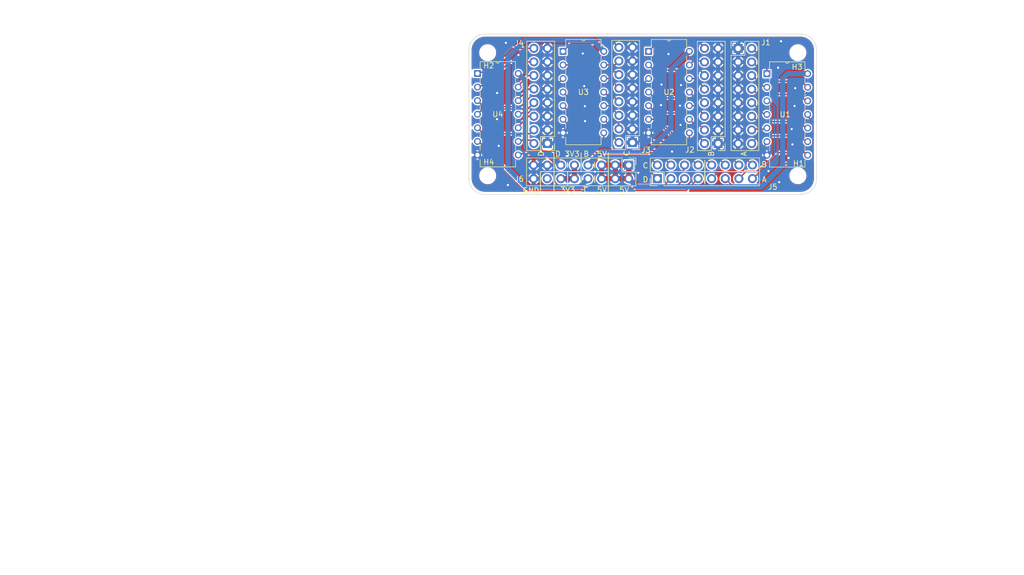
<source format=kicad_pcb>
(kicad_pcb (version 20221018) (generator pcbnew)
  (layers (0 "F.Cu" signal) (31 "B.Cu" signal) (34 "B.Paste" user) (35 "F.Paste" user) (36 "B.SilkS" user "B.Silkscreen") (37 "F.SilkS" user "F.Silkscreen") (38 "B.Mask" user) (39 "F.Mask" user) (44 "Edge.Cuts" user))
  (net 0 "")
  (net 1 "GND")
  (net 2 "/A1A")
  (net 3 "/A1E")
  (net 4 "/A2A")
  (net 5 "/A2E")
  (net 6 "/A3A")
  (net 7 "/A3E")
  (net 8 "/A4A")
  (net 9 "/A4E")
  (net 10 "/B1A")
  (net 11 "/B1E")
  (net 12 "/B2A")
  (net 13 "/B2E")
  (net 14 "/B3A")
  (net 15 "/B3E")
  (net 16 "/B4A")
  (net 17 "/B4E")
  (net 18 "/C1A")
  (net 19 "/C1E")
  (net 20 "/C2A")
  (net 21 "/C2E")
  (net 22 "/C3A")
  (net 23 "/C3E")
  (net 24 "/C4A")
  (net 25 "/C4E")
  (net 26 "/D1A")
  (net 27 "/D1E")
  (net 28 "/D2A")
  (net 29 "/D2E")
  (net 30 "/D3A")
  (net 31 "/D3E")
  (net 32 "/D4A")
  (net 33 "/D4E")
  (net 34 "+5V")
  (net 35 "+3.3V")
  (net 36 "/BP")
  (net 37 "/CP")
  (net 38 "/DP")
  (net 39 "/A1Y")
  (net 40 "/A2Y")
  (net 41 "/A3Y")
  (net 42 "/A4Y")
  (net 43 "/B1Y")
  (net 44 "/B2Y")
  (net 45 "/B3Y")
  (net 46 "/B4Y")
  (net 47 "/C1Y")
  (net 48 "/C2Y")
  (net 49 "/C3Y")
  (net 50 "/C4Y")
  (net 51 "/D1Y")
  (net 52 "/D2Y")
  (net 53 "/D3Y")
  (net 54 "/D4Y")
  (footprint "MountingHole:MountingHole_2.7mm_M2.5" (layer "F.Cu") (at 171.5 62.5)
    (fp_text reference "H4" (at 0.204 -2.556) (layer "F.SilkS"))
    (fp_text value "MountingHole")
    (pad "" np_thru_hole circle locked (at 0 0) (size 2.7 2.7) (drill 2.7) (layers "*.Cu" "*.Mask"))
  )
  (footprint "ul_SN74AHCT125N:SN74AHCT125N" (layer "F.Cu") (at 177.21 58.62)
    (fp_text reference "U4" (at -3.81 -7.62) (layer "F.SilkS"))
    (fp_text value "SN74AHCT125N" hide)
    (pad "1" thru_hole rect (at -7.62 -15.24) (size 1.2954 1.2954) (drill 0.7874) (layers "*.Cu" "*.Mask") (net 27 "/D1E"))
    (pad "2" thru_hole circle (at -7.62 -12.7) (size 1.2954 1.2954) (drill 0.7874) (layers "*.Cu" "*.Mask") (net 26 "/D1A"))
    (pad "3" thru_hole circle (at -7.62 -10.16) (size 1.2954 1.2954) (drill 0.7874) (layers "*.Cu" "*.Mask") (net 51 "/D1Y"))
    (pad "4" thru_hole circle (at -7.62 -7.62) (size 1.2954 1.2954) (drill 0.7874) (layers "*.Cu" "*.Mask") (net 29 "/D2E"))
    (pad "5" thru_hole circle (at -7.62 -5.08) (size 1.2954 1.2954) (drill 0.7874) (layers "*.Cu" "*.Mask") (net 28 "/D2A"))
    (pad "6" thru_hole circle (at -7.62 -2.54) (size 1.2954 1.2954) (drill 0.7874) (layers "*.Cu" "*.Mask") (net 52 "/D2Y"))
    (pad "7" thru_hole circle (at -7.62 0) (size 1.2954 1.2954) (drill 0.7874) (layers "*.Cu" "*.Mask") (net 1 "GND"))
    (pad "8" thru_hole circle (at 0 0) (size 1.2954 1.2954) (drill 0.7874) (layers "*.Cu" "*.Mask") (net 53 "/D3Y"))
    (pad "9" thru_hole circle (at 0 -2.54) (size 1.2954 1.2954) (drill 0.7874) (layers "*.Cu" "*.Mask") (net 30 "/D3A"))
    (pad "10" thru_hole circle (at 0 -5.08) (size 1.2954 1.2954) (drill 0.7874) (layers "*.Cu" "*.Mask") (net 31 "/D3E"))
    (pad "11" thru_hole circle (at 0 -7.62) (size 1.2954 1.2954) (drill 0.7874) (layers "*.Cu" "*.Mask") (net 54 "/D4Y"))
    (pad "12" thru_hole circle (at 0 -10.16) (size 1.2954 1.2954) (drill 0.7874) (layers "*.Cu" "*.Mask") (net 32 "/D4A"))
    (pad "13" thru_hole circle (at 0 -12.7) (size 1.2954 1.2954) (drill 0.7874) (layers "*.Cu" "*.Mask") (net 33 "/D4E"))
    (pad "14" thru_hole circle (at 0 -15.24) (size 1.2954 1.2954) (drill 0.7874) (layers "*.Cu" "*.Mask") (net 38 "/DP"))
  )
  (footprint "Connector_PinHeader_2.54mm:PinHeader_2x08_P2.54mm_Vertical" (layer "F.Cu") (at 198.575 56.2904 180)
    (fp_text reference "J3" (at -2.525 -1.4096) (layer "F.SilkS"))
    (fp_text value "Conn_02x08_Odd_Even")
    (pad "1" thru_hole rect (at 0 0 180) (size 1.7 1.7) (drill 1) (layers "*.Cu" "*.Mask") (net 1 "GND"))
    (pad "2" thru_hole oval (at 2.54 0 180) (size 1.7 1.7) (drill 1) (layers "*.Cu" "*.Mask") (net 22 "/C3A"))
    (pad "3" thru_hole oval (at 0 2.54 180) (size 1.7 1.7) (drill 1) (layers "*.Cu" "*.Mask") (net 1 "GND"))
    (pad "4" thru_hole oval (at 2.54 2.54 180) (size 1.7 1.7) (drill 1) (layers "*.Cu" "*.Mask") (net 20 "/C2A"))
    (pad "5" thru_hole oval (at 0 5.08 180) (size 1.7 1.7) (drill 1) (layers "*.Cu" "*.Mask") (net 1 "GND"))
    (pad "6" thru_hole oval (at 2.54 5.08 180) (size 1.7 1.7) (drill 1) (layers "*.Cu" "*.Mask") (net 23 "/C3E"))
    (pad "7" thru_hole oval (at 0 7.62 180) (size 1.7 1.7) (drill 1) (layers "*.Cu" "*.Mask") (net 1 "GND"))
    (pad "8" thru_hole oval (at 2.54 7.62 180) (size 1.7 1.7) (drill 1) (layers "*.Cu" "*.Mask") (net 21 "/C2E"))
    (pad "9" thru_hole oval (at 0 10.16 180) (size 1.7 1.7) (drill 1) (layers "*.Cu" "*.Mask") (net 1 "GND"))
    (pad "10" thru_hole oval (at 2.54 10.16 180) (size 1.7 1.7) (drill 1) (layers "*.Cu" "*.Mask") (net 24 "/C4A"))
    (pad "11" thru_hole oval (at 0 12.7 180) (size 1.7 1.7) (drill 1) (layers "*.Cu" "*.Mask") (net 1 "GND"))
    (pad "12" thru_hole oval (at 2.54 12.7 180) (size 1.7 1.7) (drill 1) (layers "*.Cu" "*.Mask") (net 18 "/C1A"))
    (pad "13" thru_hole oval (at 0 15.24 180) (size 1.7 1.7) (drill 1) (layers "*.Cu" "*.Mask") (net 1 "GND"))
    (pad "14" thru_hole oval (at 2.54 15.24 180) (size 1.7 1.7) (drill 1) (layers "*.Cu" "*.Mask") (net 25 "/C4E"))
    (pad "15" thru_hole oval (at 0 17.78 180) (size 1.7 1.7) (drill 1) (layers "*.Cu" "*.Mask") (net 1 "GND"))
    (pad "16" thru_hole oval (at 2.54 17.78 180) (size 1.7 1.7) (drill 1) (layers "*.Cu" "*.Mask") (net 19 "/C1E"))
  )
  (footprint "MountingHole:MountingHole_2.7mm_M2.5" (layer "F.Cu") (at 229.5 39.5)
    (fp_text reference "H3" (at -0.138 2.664) (layer "F.SilkS"))
    (fp_text value "MountingHole")
    (pad "" np_thru_hole circle locked (at 0 0) (size 2.7 2.7) (drill 2.7) (layers "*.Cu" "*.Mask"))
  )
  (footprint "ul_SN74AHCT125N:SN74AHCT125N" (layer "F.Cu") (at 231.33 58.66)
    (fp_text reference "U1" (at -4.21 -7.62) (layer "F.SilkS"))
    (fp_text value "SN74AHCT125N" hide)
    (pad "1" thru_hole rect (at -7.62 -15.24) (size 1.2954 1.2954) (drill 0.7874) (layers "*.Cu" "*.Mask") (net 3 "/A1E"))
    (pad "2" thru_hole circle (at -7.62 -12.7) (size 1.2954 1.2954) (drill 0.7874) (layers "*.Cu" "*.Mask") (net 2 "/A1A"))
    (pad "3" thru_hole circle (at -7.62 -10.16) (size 1.2954 1.2954) (drill 0.7874) (layers "*.Cu" "*.Mask") (net 39 "/A1Y"))
    (pad "4" thru_hole circle (at -7.62 -7.62) (size 1.2954 1.2954) (drill 0.7874) (layers "*.Cu" "*.Mask") (net 5 "/A2E"))
    (pad "5" thru_hole circle (at -7.62 -5.08) (size 1.2954 1.2954) (drill 0.7874) (layers "*.Cu" "*.Mask") (net 4 "/A2A"))
    (pad "6" thru_hole circle (at -7.62 -2.54) (size 1.2954 1.2954) (drill 0.7874) (layers "*.Cu" "*.Mask") (net 40 "/A2Y"))
    (pad "7" thru_hole circle (at -7.62 0) (size 1.2954 1.2954) (drill 0.7874) (layers "*.Cu" "*.Mask") (net 1 "GND"))
    (pad "8" thru_hole circle (at 0 0) (size 1.2954 1.2954) (drill 0.7874) (layers "*.Cu" "*.Mask") (net 41 "/A3Y"))
    (pad "9" thru_hole circle (at 0 -2.54) (size 1.2954 1.2954) (drill 0.7874) (layers "*.Cu" "*.Mask") (net 6 "/A3A"))
    (pad "10" thru_hole circle (at 0 -5.08) (size 1.2954 1.2954) (drill 0.7874) (layers "*.Cu" "*.Mask") (net 7 "/A3E"))
    (pad "11" thru_hole circle (at 0 -7.62) (size 1.2954 1.2954) (drill 0.7874) (layers "*.Cu" "*.Mask") (net 42 "/A4Y"))
    (pad "12" thru_hole circle (at 0 -10.16) (size 1.2954 1.2954) (drill 0.7874) (layers "*.Cu" "*.Mask") (net 8 "/A4A"))
    (pad "13" thru_hole circle (at 0 -12.7) (size 1.2954 1.2954) (drill 0.7874) (layers "*.Cu" "*.Mask") (net 9 "/A4E"))
    (pad "14" thru_hole circle (at 0 -15.24) (size 1.2954 1.2954) (drill 0.7874) (layers "*.Cu" "*.Mask") (net 34 "+5V"))
  )
  (footprint "Connector_PinHeader_2.54mm:PinHeader_2x08_P2.54mm_Vertical" (layer "F.Cu") (at 214.575 56.475 180)
    (fp_text reference "J2" (at 5.279 -1.183) (layer "F.SilkS"))
    (fp_text value "Conn_02x08_Odd_Even")
    (pad "1" thru_hole rect (at 0 0 180) (size 1.7 1.7) (drill 1) (layers "*.Cu" "*.Mask") (net 1 "GND"))
    (pad "2" thru_hole oval (at 2.54 0 180) (size 1.7 1.7) (drill 1) (layers "*.Cu" "*.Mask") (net 14 "/B3A"))
    (pad "3" thru_hole oval (at 0 2.54 180) (size 1.7 1.7) (drill 1) (layers "*.Cu" "*.Mask") (net 1 "GND"))
    (pad "4" thru_hole oval (at 2.54 2.54 180) (size 1.7 1.7) (drill 1) (layers "*.Cu" "*.Mask") (net 12 "/B2A"))
    (pad "5" thru_hole oval (at 0 5.08 180) (size 1.7 1.7) (drill 1) (layers "*.Cu" "*.Mask") (net 1 "GND"))
    (pad "6" thru_hole oval (at 2.54 5.08 180) (size 1.7 1.7) (drill 1) (layers "*.Cu" "*.Mask") (net 15 "/B3E"))
    (pad "7" thru_hole oval (at 0 7.62 180) (size 1.7 1.7) (drill 1) (layers "*.Cu" "*.Mask") (net 1 "GND"))
    (pad "8" thru_hole oval (at 2.54 7.62 180) (size 1.7 1.7) (drill 1) (layers "*.Cu" "*.Mask") (net 13 "/B2E"))
    (pad "9" thru_hole oval (at 0 10.16 180) (size 1.7 1.7) (drill 1) (layers "*.Cu" "*.Mask") (net 1 "GND"))
    (pad "10" thru_hole oval (at 2.54 10.16 180) (size 1.7 1.7) (drill 1) (layers "*.Cu" "*.Mask") (net 16 "/B4A"))
    (pad "11" thru_hole oval (at 0 12.7 180) (size 1.7 1.7) (drill 1) (layers "*.Cu" "*.Mask") (net 1 "GND"))
    (pad "12" thru_hole oval (at 2.54 12.7 180) (size 1.7 1.7) (drill 1) (layers "*.Cu" "*.Mask") (net 10 "/B1A"))
    (pad "13" thru_hole oval (at 0 15.24 180) (size 1.7 1.7) (drill 1) (layers "*.Cu" "*.Mask") (net 1 "GND"))
    (pad "14" thru_hole oval (at 2.54 15.24 180) (size 1.7 1.7) (drill 1) (layers "*.Cu" "*.Mask") (net 17 "/B4E"))
    (pad "15" thru_hole oval (at 0 17.78 180) (size 1.7 1.7) (drill 1) (layers "*.Cu" "*.Mask") (net 1 "GND"))
    (pad "16" thru_hole oval (at 2.54 17.78 180) (size 1.7 1.7) (drill 1) (layers "*.Cu" "*.Mask") (net 11 "/B1E"))
  )
  (footprint "Connector_PinHeader_2.54mm:PinHeader_2x08_P2.54mm_Vertical" (layer "F.Cu") (at 182.675 56.4578 180)
    (fp_text reference "J4" (at 5.275 18.7578) (layer "F.SilkS"))
    (fp_text value "Conn_02x08_Odd_Even")
    (pad "1" thru_hole rect (at 0 0 180) (size 1.7 1.7) (drill 1) (layers "*.Cu" "*.Mask") (net 1 "GND"))
    (pad "2" thru_hole oval (at 2.54 0 180) (size 1.7 1.7) (drill 1) (layers "*.Cu" "*.Mask") (net 30 "/D3A"))
    (pad "3" thru_hole oval (at 0 2.54 180) (size 1.7 1.7) (drill 1) (layers "*.Cu" "*.Mask") (net 1 "GND"))
    (pad "4" thru_hole oval (at 2.54 2.54 180) (size 1.7 1.7) (drill 1) (layers "*.Cu" "*.Mask") (net 28 "/D2A"))
    (pad "5" thru_hole oval (at 0 5.08 180) (size 1.7 1.7) (drill 1) (layers "*.Cu" "*.Mask") (net 1 "GND"))
    (pad "6" thru_hole oval (at 2.54 5.08 180) (size 1.7 1.7) (drill 1) (layers "*.Cu" "*.Mask") (net 31 "/D3E"))
    (pad "7" thru_hole oval (at 0 7.62 180) (size 1.7 1.7) (drill 1) (layers "*.Cu" "*.Mask") (net 1 "GND"))
    (pad "8" thru_hole oval (at 2.54 7.62 180) (size 1.7 1.7) (drill 1) (layers "*.Cu" "*.Mask") (net 29 "/D2E"))
    (pad "9" thru_hole oval (at 0 10.16 180) (size 1.7 1.7) (drill 1) (layers "*.Cu" "*.Mask") (net 1 "GND"))
    (pad "10" thru_hole oval (at 2.54 10.16 180) (size 1.7 1.7) (drill 1) (layers "*.Cu" "*.Mask") (net 32 "/D4A"))
    (pad "11" thru_hole oval (at 0 12.7 180) (size 1.7 1.7) (drill 1) (layers "*.Cu" "*.Mask") (net 1 "GND"))
    (pad "12" thru_hole oval (at 2.54 12.7 180) (size 1.7 1.7) (drill 1) (layers "*.Cu" "*.Mask") (net 33 "/D4E"))
    (pad "13" thru_hole oval (at 0 15.24 180) (size 1.7 1.7) (drill 1) (layers "*.Cu" "*.Mask") (net 1 "GND"))
    (pad "14" thru_hole oval (at 2.54 15.24 180) (size 1.7 1.7) (drill 1) (layers "*.Cu" "*.Mask") (net 26 "/D1A"))
    (pad "15" thru_hole oval (at 0 17.78 180) (size 1.7 1.7) (drill 1) (layers "*.Cu" "*.Mask") (net 1 "GND"))
    (pad "16" thru_hole oval (at 2.54 17.78 180) (size 1.7 1.7) (drill 1) (layers "*.Cu" "*.Mask") (net 27 "/D1E"))
  )
  (footprint "ul_SN74AHCT125N:SN74AHCT125N" (layer "F.Cu") (at 193.21 54.485)
    (fp_text reference "U3" (at -3.81 -7.62) (layer "F.SilkS"))
    (fp_text value "SN74AHCT125N" hide)
    (pad "1" thru_hole rect (at -7.62 -15.24) (size 1.2954 1.2954) (drill 0.7874) (layers "*.Cu" "*.Mask") (net 19 "/C1E"))
    (pad "2" thru_hole circle (at -7.62 -12.7) (size 1.2954 1.2954) (drill 0.7874) (layers "*.Cu" "*.Mask") (net 18 "/C1A"))
    (pad "3" thru_hole circle (at -7.62 -10.16) (size 1.2954 1.2954) (drill 0.7874) (layers "*.Cu" "*.Mask") (net 47 "/C1Y"))
    (pad "4" thru_hole circle (at -7.62 -7.62) (size 1.2954 1.2954) (drill 0.7874) (layers "*.Cu" "*.Mask") (net 21 "/C2E"))
    (pad "5" thru_hole circle (at -7.62 -5.08) (size 1.2954 1.2954) (drill 0.7874) (layers "*.Cu" "*.Mask") (net 20 "/C2A"))
    (pad "6" thru_hole circle (at -7.62 -2.54) (size 1.2954 1.2954) (drill 0.7874) (layers "*.Cu" "*.Mask") (net 48 "/C2Y"))
    (pad "7" thru_hole circle (at -7.62 0) (size 1.2954 1.2954) (drill 0.7874) (layers "*.Cu" "*.Mask") (net 1 "GND"))
    (pad "8" thru_hole circle (at 0 0) (size 1.2954 1.2954) (drill 0.7874) (layers "*.Cu" "*.Mask") (net 49 "/C3Y"))
    (pad "9" thru_hole circle (at 0 -2.54) (size 1.2954 1.2954) (drill 0.7874) (layers "*.Cu" "*.Mask") (net 22 "/C3A"))
    (pad "10" thru_hole circle (at 0 -5.08) (size 1.2954 1.2954) (drill 0.7874) (layers "*.Cu" "*.Mask") (net 23 "/C3E"))
    (pad "11" thru_hole circle (at 0 -7.62) (size 1.2954 1.2954) (drill 0.7874) (layers "*.Cu" "*.Mask") (net 50 "/C4Y"))
    (pad "12" thru_hole circle (at 0 -10.16) (size 1.2954 1.2954) (drill 0.7874) (layers "*.Cu" "*.Mask") (net 24 "/C4A"))
    (pad "13" thru_hole circle (at 0 -12.7) (size 1.2954 1.2954) (drill 0.7874) (layers "*.Cu" "*.Mask") (net 25 "/C4E"))
    (pad "14" thru_hole circle (at 0 -15.24) (size 1.2954 1.2954) (drill 0.7874) (layers "*.Cu" "*.Mask") (net 37 "/CP"))
  )
  (footprint "ul_SN74AHCT125N:SN74AHCT125N" (layer "F.Cu") (at 209.21 54.485)
    (fp_text reference "U2" (at -3.81 -7.62) (layer "F.SilkS"))
    (fp_text value "SN74AHCT125N" hide)
    (pad "1" thru_hole rect (at -7.62 -15.24) (size 1.2954 1.2954) (drill 0.7874) (layers "*.Cu" "*.Mask") (net 11 "/B1E"))
    (pad "2" thru_hole circle (at -7.62 -12.7) (size 1.2954 1.2954) (drill 0.7874) (layers "*.Cu" "*.Mask") (net 10 "/B1A"))
    (pad "3" thru_hole circle (at -7.62 -10.16) (size 1.2954 1.2954) (drill 0.7874) (layers "*.Cu" "*.Mask") (net 43 "/B1Y"))
    (pad "4" thru_hole circle (at -7.62 -7.62) (size 1.2954 1.2954) (drill 0.7874) (layers "*.Cu" "*.Mask") (net 13 "/B2E"))
    (pad "5" thru_hole circle (at -7.62 -5.08) (size 1.2954 1.2954) (drill 0.7874) (layers "*.Cu" "*.Mask") (net 12 "/B2A"))
    (pad "6" thru_hole circle (at -7.62 -2.54) (size 1.2954 1.2954) (drill 0.7874) (layers "*.Cu" "*.Mask") (net 44 "/B2Y"))
    (pad "7" thru_hole circle (at -7.62 0) (size 1.2954 1.2954) (drill 0.7874) (layers "*.Cu" "*.Mask") (net 1 "GND"))
    (pad "8" thru_hole circle (at 0 0) (size 1.2954 1.2954) (drill 0.7874) (layers "*.Cu" "*.Mask") (net 45 "/B3Y"))
    (pad "9" thru_hole circle (at 0 -2.54) (size 1.2954 1.2954) (drill 0.7874) (layers "*.Cu" "*.Mask") (net 14 "/B3A"))
    (pad "10" thru_hole circle (at 0 -5.08) (size 1.2954 1.2954) (drill 0.7874) (layers "*.Cu" "*.Mask") (net 15 "/B3E"))
    (pad "11" thru_hole circle (at 0 -7.62) (size 1.2954 1.2954) (drill 0.7874) (layers "*.Cu" "*.Mask") (net 46 "/B4Y"))
    (pad "12" thru_hole circle (at 0 -10.16) (size 1.2954 1.2954) (drill 0.7874) (layers "*.Cu" "*.Mask") (net 16 "/B4A"))
    (pad "13" thru_hole circle (at 0 -12.7) (size 1.2954 1.2954) (drill 0.7874) (layers "*.Cu" "*.Mask") (net 17 "/B4E"))
    (pad "14" thru_hole circle (at 0 -15.24) (size 1.2954 1.2954) (drill 0.7874) (layers "*.Cu" "*.Mask") (net 36 "/BP"))
  )
  (footprint "Connector_PinHeader_2.54mm:PinHeader_2x08_P2.54mm_Vertical" (layer "F.Cu") (at 203.225 63.04 90)
    (fp_text reference "J5" (at -1.56 21.575 180) (layer "F.SilkS"))
    (fp_text value "Conn_02x08_Odd_Even")
    (pad "1" thru_hole rect (at 0 0 90) (size 1.7 1.7) (drill 1) (layers "*.Cu" "*.Mask") (net 51 "/D1Y"))
    (pad "2" thru_hole oval (at 2.54 0 90) (size 1.7 1.7) (drill 1) (layers "*.Cu" "*.Mask") (net 47 "/C1Y"))
    (pad "3" thru_hole oval (at 0 2.54 90) (size 1.7 1.7) (drill 1) (layers "*.Cu" "*.Mask") (net 54 "/D4Y"))
    (pad "4" thru_hole oval (at 2.54 2.54 90) (size 1.7 1.7) (drill 1) (layers "*.Cu" "*.Mask") (net 49 "/C3Y"))
    (pad "5" thru_hole oval (at 0 5.08 90) (size 1.7 1.7) (drill 1) (layers "*.Cu" "*.Mask") (net 53 "/D3Y"))
    (pad "6" thru_hole oval (at 2.54 5.08 90) (size 1.7 1.7) (drill 1) (layers "*.Cu" "*.Mask") (net 48 "/C2Y"))
    (pad "7" thru_hole oval (at 0 7.62 90) (size 1.7 1.7) (drill 1) (layers "*.Cu" "*.Mask") (net 52 "/D2Y"))
    (pad "8" thru_hole oval (at 2.54 7.62 90) (size 1.7 1.7) (drill 1) (layers "*.Cu" "*.Mask") (net 50 "/C4Y"))
    (pad "9" thru_hole oval (at 0 10.16 90) (size 1.7 1.7) (drill 1) (layers "*.Cu" "*.Mask") (net 39 "/A1Y"))
    (pad "10" thru_hole oval (at 2.54 10.16 90) (size 1.7 1.7) (drill 1) (layers "*.Cu" "*.Mask") (net 43 "/B1Y"))
    (pad "11" thru_hole oval (at 0 12.7 90) (size 1.7 1.7) (drill 1) (layers "*.Cu" "*.Mask") (net 42 "/A4Y"))
    (pad "12" thru_hole oval (at 2.54 12.7 90) (size 1.7 1.7) (drill 1) (layers "*.Cu" "*.Mask") (net 44 "/B2Y"))
    (pad "13" thru_hole oval (at 0 15.24 90) (size 1.7 1.7) (drill 1) (layers "*.Cu" "*.Mask") (net 40 "/A2Y"))
    (pad "14" thru_hole oval (at 2.54 15.24 90) (size 1.7 1.7) (drill 1) (layers "*.Cu" "*.Mask") (net 45 "/B3Y"))
    (pad "15" thru_hole oval (at 0 17.78 90) (size 1.7 1.7) (drill 1) (layers "*.Cu" "*.Mask") (net 41 "/A3Y"))
    (pad "16" thru_hole oval (at 2.54 17.78 90) (size 1.7 1.7) (drill 1) (layers "*.Cu" "*.Mask") (net 46 "/B4Y"))
  )
  (footprint "Connector_PinHeader_2.54mm:PinHeader_2x08_P2.54mm_Vertical" (layer "F.Cu") (at 197.875 60.51 -90)
    (fp_text reference "J6" (at 2.59 20.475 180) (layer "F.SilkS"))
    (fp_text value "Conn_02x08_Odd_Even")
    (pad "1" thru_hole rect (at 0 0 270) (size 1.7 1.7) (drill 1) (layers "*.Cu" "*.Mask") (net 34 "+5V"))
    (pad "2" thru_hole oval (at 2.54 0 270) (size 1.7 1.7) (drill 1) (layers "*.Cu" "*.Mask") (net 34 "+5V"))
    (pad "3" thru_hole oval (at 0 2.54 270) (size 1.7 1.7) (drill 1) (layers "*.Cu" "*.Mask") (net 34 "+5V"))
    (pad "4" thru_hole oval (at 2.54 2.54 270) (size 1.7 1.7) (drill 1) (layers "*.Cu" "*.Mask") (net 34 "+5V"))
    (pad "5" thru_hole oval (at 0 5.08 270) (size 1.7 1.7) (drill 1) (layers "*.Cu" "*.Mask") (net 34 "+5V"))
    (pad "6" thru_hole oval (at 2.54 5.08 270) (size 1.7 1.7) (drill 1) (layers "*.Cu" "*.Mask") (net 34 "+5V"))
    (pad "7" thru_hole oval (at 0 7.62 270) (size 1.7 1.7) (drill 1) (layers "*.Cu" "*.Mask") (net 36 "/BP"))
    (pad "8" thru_hole oval (at 2.54 7.62 270) (size 1.7 1.7) (drill 1) (layers "*.Cu" "*.Mask") (net 37 "/CP"))
    (pad "9" thru_hole oval (at 0 10.16 270) (size 1.7 1.7) (drill 1) (layers "*.Cu" "*.Mask") (net 35 "+3.3V"))
    (pad "10" thru_hole oval (at 2.54 10.16 270) (size 1.7 1.7) (drill 1) (layers "*.Cu" "*.Mask") (net 35 "+3.3V"))
    (pad "11" thru_hole oval (at 0 12.7 270) (size 1.7 1.7) (drill 1) (layers "*.Cu" "*.Mask") (net 38 "/DP"))
    (pad "12" thru_hole oval (at 2.54 12.7 270) (size 1.7 1.7) (drill 1) (layers "*.Cu" "*.Mask") (net 35 "+3.3V"))
    (pad "13" thru_hole oval (at 0 15.24 270) (size 1.7 1.7) (drill 1) (layers "*.Cu" "*.Mask") (net 1 "GND"))
    (pad "14" thru_hole oval (at 2.54 15.24 270) (size 1.7 1.7) (drill 1) (layers "*.Cu" "*.Mask"))
    (pad "15" thru_hole oval (at 0 17.78 270) (size 1.7 1.7) (drill 1) (layers "*.Cu" "*.Mask") (net 1 "GND"))
    (pad "16" thru_hole oval (at 2.54 17.78 270) (size 1.7 1.7) (drill 1) (layers "*.Cu" "*.Mask") (net 1 "GND"))
  )
  (footprint "MountingHole:MountingHole_2.7mm_M2.5" (layer "F.Cu") (at 171.5 39.5)
    (fp_text reference "H2" (at 0.204 2.41) (layer "F.SilkS"))
    (fp_text value "MountingHole")
    (pad "" np_thru_hole circle locked (at 0 0) (size 2.7 2.7) (drill 2.7) (layers "*.Cu" "*.Mask"))
  )
  (footprint "Connector_PinHeader_2.54mm:PinHeader_2x08_P2.54mm_Vertical" (layer "F.Cu") (at 218.325 38.7)
    (fp_text reference "J1" (at 5.195 -1.108) (layer "F.SilkS"))
    (fp_text value "Conn_02x08_Odd_Even")
    (pad "1" thru_hole rect (at 0 0) (size 1.7 1.7) (drill 1) (layers "*.Cu" "*.Mask") (net 1 "GND"))
    (pad "2" thru_hole oval (at 2.54 0) (size 1.7 1.7) (drill 1) (layers "*.Cu" "*.Mask") (net 3 "/A1E"))
    (pad "3" thru_hole oval (at 0 2.54) (size 1.7 1.7) (drill 1) (layers "*.Cu" "*.Mask") (net 1 "GND"))
    (pad "4" thru_hole oval (at 2.54 2.54) (size 1.7 1.7) (drill 1) (layers "*.Cu" "*.Mask") (net 9 "/A4E"))
    (pad "5" thru_hole oval (at 0 5.08) (size 1.7 1.7) (drill 1) (layers "*.Cu" "*.Mask") (net 1 "GND"))
    (pad "6" thru_hole oval (at 2.54 5.08) (size 1.7 1.7) (drill 1) (layers "*.Cu" "*.Mask") (net 2 "/A1A"))
    (pad "7" thru_hole oval (at 0 7.62) (size 1.7 1.7) (drill 1) (layers "*.Cu" "*.Mask") (net 1 "GND"))
    (pad "8" thru_hole oval (at 2.54 7.62) (size 1.7 1.7) (drill 1) (layers "*.Cu" "*.Mask") (net 8 "/A4A"))
    (pad "9" thru_hole oval (at 0 10.16) (size 1.7 1.7) (drill 1) (layers "*.Cu" "*.Mask") (net 1 "GND"))
    (pad "10" thru_hole oval (at 2.54 10.16) (size 1.7 1.7) (drill 1) (layers "*.Cu" "*.Mask") (net 5 "/A2E"))
    (pad "11" thru_hole oval (at 0 12.7) (size 1.7 1.7) (drill 1) (layers "*.Cu" "*.Mask") (net 1 "GND"))
    (pad "12" thru_hole oval (at 2.54 12.7) (size 1.7 1.7) (drill 1) (layers "*.Cu" "*.Mask") (net 7 "/A3E"))
    (pad "13" thru_hole oval (at 0 15.24) (size 1.7 1.7) (drill 1) (layers "*.Cu" "*.Mask") (net 1 "GND"))
    (pad "14" thru_hole oval (at 2.54 15.24) (size 1.7 1.7) (drill 1) (layers "*.Cu" "*.Mask") (net 4 "/A2A"))
    (pad "15" thru_hole oval (at 0 17.78) (size 1.7 1.7) (drill 1) (layers "*.Cu" "*.Mask") (net 1 "GND"))
    (pad "16" thru_hole oval (at 2.54 17.78) (size 1.7 1.7) (drill 1) (layers "*.Cu" "*.Mask") (net 6 "/A3A"))
  )
  (footprint "MountingHole:MountingHole_2.7mm_M2.5" (layer "F.Cu") (at 229.5 62.5)
    (fp_text reference "H1" (at 0.116 -2.302) (layer "F.SilkS"))
    (fp_text value "MountingHole")
    (pad "" np_thru_hole circle locked (at 0 0) (size 2.7 2.7) (drill 2.7) (layers "*.Cu" "*.Mask"))
  )
  (gr_line (start 191.516 62.484) (end 191.516 63.754) (stroke (width 0.15)) (layer "F.SilkS"))
  (gr_line (start 183.896 61.722) (end 188.976 61.722) (stroke (width 0.15)) (layer "F.SilkS"))
  (gr_line (start 194.056 61.722) (end 194.056 65.6) (stroke (width 0.15)) (layer "F.SilkS"))
  (gr_line (start 186.436 61.722) (end 186.436 64.3636) (stroke (width 0.15)) (layer "F.SilkS"))
  (gr_line (start 188.976 61.722) (end 194.056 61.722) (stroke (width 0.15)) (layer "F.SilkS"))
  (gr_line (start 212.09 64.008) (end 212.09 61.722) (stroke (width 0.15)) (layer "F.SilkS"))
  (gr_line (start 183.896 61.722) (end 181.356 61.722) (stroke (width 0.15)) (layer "F.SilkS"))
  (gr_line (start 212.09 61.722) (end 212.09 64.008) (stroke (width 0.15)) (layer "F.SilkS"))
  (gr_line (start 188.976 62.484) (end 188.976 63.754) (stroke (width 0.15)) (layer "F.SilkS"))
  (gr_line (start 186.436 59.944) (end 186.436 60.96) (stroke (width 0.15)) (layer "F.SilkS"))
  (gr_line (start 188.976 61.722) (end 188.976 58.2) (stroke (width 0.15)) (layer "F.SilkS"))
  (gr_line (start 183.896 61.722) (end 183.896 65.6) (stroke (width 0.15)) (layer "F.SilkS"))
  (gr_line (start 194.056 61.722) (end 194.056 58.2) (stroke (width 0.15)) (layer "F.SilkS"))
  (gr_line (start 183.896 58.2) (end 183.896 61.722) (stroke (width 0.15)) (layer "F.SilkS"))
  (gr_line (start 191.516 59.944) (end 191.516 60.96) (stroke (width 0.15)) (layer "F.SilkS"))
  (gr_line (start 181.356 61.722) (end 181.356 65.6) (stroke (width 0.15)) (layer "F.SilkS"))
  (gr_line (start 212.09 61.722) (end 212.09 59.6) (stroke (width 0.15)) (layer "F.SilkS"))
  (gr_line (start 204.8 61.722) (end 212.09 61.722) (stroke (width 0.15)) (layer "F.SilkS"))
  (gr_line (start 221.996 61.722) (end 212.09 61.722) (stroke (width 0.15)) (layer "F.SilkS"))
  (gr_arc locked (start 230 36) (mid 232.12132 36.87868) (end 233 39) (stroke (width 0.1)) (layer "Edge.Cuts"))
  (gr_arc locked (start 171 66) (mid 168.87868 65.12132) (end 168 63) (stroke (width 0.1)) (layer "Edge.Cuts"))
  (gr_line locked (start 171 36) (end 230 36) (stroke (width 0.1)) (layer "Edge.Cuts"))
  (gr_line locked (start 233 39) (end 233 63) (stroke (width 0.1)) (layer "Edge.Cuts"))
  (gr_arc locked (start 233 63) (mid 232.12132 65.12132) (end 230 66) (stroke (width 0.1)) (layer "Edge.Cuts"))
  (gr_line locked (start 168 63) (end 168 39) (stroke (width 0.1)) (layer "Edge.Cuts"))
  (gr_arc locked (start 168 39) (mid 168.87868 36.87868) (end 171 36) (stroke (width 0.1)) (layer "Edge.Cuts"))
  (gr_line locked (start 230 66) (end 171 66) (stroke (width 0.1)) (layer "Edge.Cuts"))
  (gr_text "D 3V3" (at 186.4 58.42) (layer "F.SilkS") (effects (font (size 1 1))))
  (gr_text "B" (at 223.2 60.4) (layer "F.SilkS") (effects (font (size 1 1))))
  (gr_text "C" (at 201 60.6) (layer "F.SilkS") (effects (font (size 1 1))))
  (gr_text "A" (at 223.2 63.2) (layer "F.SilkS") (effects (font (size 1 1))))
  (gr_text "C  5V" (at 191.6 65.151) (layer "F.SilkS") (effects (font (size 1 1))))
  (gr_text "B" (at 213.305 58.4 90) (layer "F.SilkS") (effects (font (size 1 1))))
  (gr_text "B  5V" (at 191.6 58.42) (layer "F.SilkS") (effects (font (size 1 1))))
  (gr_text "A" (at 219.4 58.4 90) (layer "F.SilkS") (effects (font (size 1 1))))
  (gr_text "D" (at 181.5 58.4 90) (layer "F.SilkS") (effects (font (size 1 1))))
  (gr_text "5V" (at 197.0278 65.151) (layer "F.SilkS") (effects (font (size 1 1))))
  (gr_text "C" (at 197.5 58.3 90) (layer "F.SilkS") (effects (font (size 1 1))))
  (gr_text "3V3" (at 186.4614 65.151) (layer "F.SilkS") (effects (font (size 1 1))))
  (gr_text "GND" (at 179.6 65.2526) (layer "F.SilkS") (effects (font (size 1 1))))
  (gr_text "D" (at 201 63.2) (layer "F.SilkS") (effects (font (size 1 1))))
  (via (at 229 46.13) (size 0.8) (drill 0.4) (layers "F.Cu" "B.Cu") (net 1))
  (via (at 199.65 61.95) (size 0.8) (drill 0.4) (layers "F.Cu" "B.Cu") (net 1))
  (via (at 205.3 39.75) (size 0.8) (drill 0.4) (layers "F.Cu" "B.Cu") (net 1))
  (via (at 189.28 39.65) (size 0.8) (drill 0.4) (layers "F.Cu" "B.Cu") (net 1))
  (via (at 226.35 37.35) (size 0.8) (drill 0.4) (layers "F.Cu" "B.Cu") (net 1))
  (via (at 173.24 51.92) (size 0.8) (drill 0.4) (layers "F.Cu" "B.Cu") (net 1))
  (via (at 228.88 49.45) (size 0.8) (drill 0.4) (layers "F.Cu" "B.Cu") (net 1))
  (via (at 177.25 39.93) (size 0.8) (drill 0.4) (layers "F.Cu" "B.Cu") (net 1))
  (via (at 227.77 59.18) (size 0.8) (drill 0.4) (layers "F.Cu" "B.Cu") (net 1))
  (via (at 228.34 53.78) (size 0.8) (drill 0.4) (layers "F.Cu" "B.Cu") (net 1))
  (via (at 207.45 49.4) (size 0.8) (drill 0.4) (layers "F.Cu" "B.Cu") (net 1))
  (via (at 205.98 57.99) (size 0.8) (drill 0.4) (layers "F.Cu" "B.Cu") (net 1))
  (via (at 186.4 58.8) (size 0.8) (drill 0.4) (layers "F.Cu" "B.Cu") (net 1))
  (via (at 174.9 37.65) (size 0.8) (drill 0.4) (layers "F.Cu" "B.Cu") (net 1))
  (via (at 175.28 64.23) (size 0.8) (drill 0.4) (layers "F.Cu" "B.Cu") (net 1))
  (via (at 173.27 47.03) (size 0.8) (drill 0.4) (layers "F.Cu" "B.Cu") (net 1))
  (via (at 224 61.62) (size 0.8) (drill 0.4) (layers "F.Cu" "B.Cu") (net 1))
  (via (at 228.48 56.64) (size 0.8) (drill 0.4) (layers "F.Cu" "B.Cu") (net 1))
  (via (at 203.9 49.3) (size 0.8) (drill 0.4) (layers "F.Cu" "B.Cu") (net 1))
  (via (at 191.55 61.75) (size 0.8) (drill 0.4) (layers "F.Cu" "B.Cu") (net 1))
  (via (at 207.65 45.55) (size 0.8) (drill 0.4) (layers "F.Cu" "B.Cu") (net 1))
  (via (at 226 63.7) (size 0.8) (drill 0.4) (layers "F.Cu" "B.Cu") (net 1))
  (via (at 204 45.45) (size 0.8) (drill 0.4) (layers "F.Cu" "B.Cu") (net 1))
  (via (at 189.71 52.28) (size 0.8) (drill 0.4) (layers "F.Cu" "B.Cu") (net 1))
  (via (at 207.55 53) (size 0.8) (drill 0.4) (layers "F.Cu" "B.Cu") (net 1))
  (via (at 173.56 56.92) (size 0.8) (drill 0.4) (layers "F.Cu" "B.Cu") (net 1))
  (via (at 189.55 45.75) (size 0.8) (drill 0.4) (layers "F.Cu" "B.Cu") (net 1))
  (via (at 225.8 42.3) (size 0.8) (drill 0.4) (layers "F.Cu" "B.Cu") (net 1))
  (via (at 189.67 49.49) (size 0.8) (drill 0.4) (layers "F.Cu" "B.Cu") (net 1))
  (segment (start 220.865 43.6179) (end 223.5471 46.3) (width 0.25) (layer "F.Cu") (net 2))
  (segment (start 223.69 43.145) (end 223.69 41.3629) (width 0.25) (layer "F.Cu") (net 3))
  (segment (start 223.69 41.3629) (end 220.865 38.5379) (width 0.25) (layer "F.Cu") (net 3))
  (segment (start 220.865 53.7779) (end 223.4621 53.7779) (width 0.25) (layer "F.Cu") (net 4))
  (segment (start 220.865 48.6979) (end 223.5471 51.38) (width 0.25) (layer "F.Cu") (net 5))
  (segment (start 229.89 55.05) (end 231.3 56.46) (width 0.25) (layer "F.Cu") (net 6))
  (segment (start 220.865 56.3179) (end 222.1329 55.05) (width 0.25) (layer "F.Cu") (net 6))
  (segment (start 222.1329 55.05) (end 229.89 55.05) (width 0.25) (layer "F.Cu") (net 6))
  (segment (start 229.75 52.37) (end 231.3 53.92) (width 0.25) (layer "F.Cu") (net 7))
  (segment (start 221.9971 52.37) (end 229.75 52.37) (width 0.25) (layer "F.Cu") (net 7))
  (segment (start 220.865 51.2379) (end 221.9971 52.37) (width 0.25) (layer "F.Cu") (net 7))
  (segment (start 222.0071 47.3) (end 229.76 47.3) (width 0.25) (layer "F.Cu") (net 8))
  (segment (start 229.76 47.3) (end 231.3 48.84) (width 0.25) (layer "F.Cu") (net 8))
  (segment (start 220.865 46.1579) (end 222.0071 47.3) (width 0.25) (layer "F.Cu") (net 8))
  (segment (start 222.04 42.2529) (end 222.04 43.56) (width 0.25) (layer "F.Cu") (net 9))
  (segment (start 220.865 41.0779) (end 222.04 42.2529) (width 0.25) (layer "F.Cu") (net 9))
  (segment (start 223.29 44.81) (end 230.13 44.81) (width 0.25) (layer "F.Cu") (net 9))
  (segment (start 230.13 44.81) (end 231.28 45.96) (width 0.25) (layer "F.Cu") (net 9))
  (segment (start 222.04 43.56) (end 223.29 44.81) (width 0.25) (layer "F.Cu") (net 9))
  (segment (start 202.5627 42.7577) (end 211.2077 42.7577) (width 0.25) (layer "F.Cu") (net 10))
  (segment (start 211.2077 42.7577) (end 212.035 43.585) (width 0.25) (layer "F.Cu") (net 10))
  (segment (start 201.59 41.785) (end 202.5627 42.7577) (width 0.25) (layer "F.Cu") (net 10))
  (segment (start 203.27 37.565) (end 211.095 37.565) (width 0.25) (layer "F.Cu") (net 11))
  (segment (start 201.59 39.245) (end 203.27 37.565) (width 0.25) (layer "F.Cu") (net 11))
  (segment (start 211.095 37.565) (end 212.035 38.505) (width 0.25) (layer "F.Cu") (net 11))
  (segment (start 201.59 49.405) (end 202.95 50.765) (width 0.25) (layer "F.Cu") (net 12))
  (segment (start 210.55 51.25) (end 210.55 52.45) (width 0.25) (layer "F.Cu") (net 12))
  (segment (start 210.55 52.45) (end 212.035 53.935) (width 0.25) (layer "F.Cu") (net 12))
  (segment (start 210.065 50.765) (end 210.55 51.25) (width 0.25) (layer "F.Cu") (net 12))
  (segment (start 202.95 50.765) (end 210.065 50.765) (width 0.25) (layer "F.Cu") (net 12))
  (segment (start 201.59 46.865) (end 202.687919 47.962919) (width 0.25) (layer "F.Cu") (net 13))
  (segment (start 202.687919 47.962919) (end 211.332919 47.962919) (width 0.25) (layer "F.Cu") (net 13))
  (segment (start 211.332919 47.962919) (end 212.035 48.665) (width 0.25) (layer "F.Cu") (net 13))
  (segment (start 210.1827 52.9177) (end 210.1827 54.4327) (width 0.25) (layer "F.Cu") (net 14))
  (segment (start 210.1827 54.4327) (end 212.035 56.285) (width 0.25) (layer "F.Cu") (net 14))
  (segment (start 209.21 51.945) (end 210.1827 52.9177) (width 0.25) (layer "F.Cu") (net 14))
  (segment (start 209.21 49.405) (end 210.235 49.405) (width 0.25) (layer "F.Cu") (net 15))
  (segment (start 210.235 49.405) (end 212.035 51.205) (width 0.25) (layer "F.Cu") (net 15))
  (segment (start 210.235 44.325) (end 212.035 46.125) (width 0.25) (layer "F.Cu") (net 16))
  (segment (start 209.21 44.325) (end 210.235 44.325) (width 0.25) (layer "F.Cu") (net 16))
  (segment (start 209.95 41.045) (end 209.21 41.785) (width 0.25) (layer "F.Cu") (net 17))
  (segment (start 212.035 41.045) (end 209.95 41.045) (width 0.25) (layer "F.Cu") (net 17))
  (segment (start 189.42 41.785) (end 190.7 43.065) (width 0.25) (layer "F.Cu") (net 18))
  (segment (start 190.7 43.065) (end 195.5096 43.065) (width 0.25) (layer "F.Cu") (net 18))
  (segment (start 195.5096 43.065) (end 196.035 43.5904) (width 0.25) (layer "F.Cu") (net 18))
  (segment (start 185.59 41.785) (end 189.42 41.785) (width 0.25) (layer "F.Cu") (net 18))
  (segment (start 187.07 37.765) (end 195.2896 37.765) (width 0.25) (layer "F.Cu") (net 19))
  (segment (start 185.59 39.245) (end 187.07 37.765) (width 0.25) (layer "F.Cu") (net 19))
  (segment (start 195.2896 37.765) (end 196.035 38.5104) (width 0.25) (layer "F.Cu") (net 19))
  (segment (start 193.727899 50.565) (end 196.035 52.872101) (width 0.25) (layer "F.Cu") (net 20))
  (segment (start 186.75 50.565) (end 193.727899 50.565) (width 0.25) (layer "F.Cu") (net 20))
  (segment (start 185.59 49.405) (end 186.75 50.565) (width 0.25) (layer "F.Cu") (net 20))
  (segment (start 196.035 52.872101) (end 196.035 53.7504) (width 0.25) (layer "F.Cu") (net 20))
  (segment (start 186.687919 47.962919) (end 195.327519 47.962919) (width 0.25) (layer "F.Cu") (net 21))
  (segment (start 185.59 46.865) (end 186.687919 47.962919) (width 0.25) (layer "F.Cu") (net 21))
  (segment (start 195.327519 47.962919) (end 196.035 48.6704) (width 0.25) (layer "F.Cu") (net 21))
  (segment (start 194.86 55.1154) (end 196.035 56.2904) (width 0.25) (layer "F.Cu") (net 22))
  (segment (start 194.86 53.595) (end 194.86 55.1154) (width 0.25) (layer "F.Cu") (net 22))
  (segment (start 193.21 51.945) (end 194.86 53.595) (width 0.25) (layer "F.Cu") (net 22))
  (segment (start 193.21 49.405) (end 194.2296 49.405) (width 0.25) (layer "F.Cu") (net 23))
  (segment (start 194.2296 49.405) (end 196.035 51.2104) (width 0.25) (layer "F.Cu") (net 23))
  (segment (start 193.21 44.325) (end 194.2296 44.325) (width 0.25) (layer "F.Cu") (net 24))
  (segment (start 194.2296 44.325) (end 196.035 46.1304) (width 0.25) (layer "F.Cu") (net 24))
  (segment (start 195.3004 41.785) (end 196.035 41.0504) (width 0.25) (layer "F.Cu") (net 25))
  (segment (start 193.21 41.785) (end 195.3004 41.785) (width 0.25) (layer "F.Cu") (net 25))
  (segment (start 175.5472 41.2178) (end 171.08 45.685) (width 0.25) (layer "F.Cu") (net 26))
  (segment (start 180.135 41.2178) (end 175.5472 41.2178) (width 0.25) (layer "F.Cu") (net 26))
  (segment (start 171.08 45.685) (end 169.59 45.685) (width 0.25) (layer "F.Cu") (net 26))
  (segment (start 171.62 43.145) (end 176.0872 38.6778) (width 0.25) (layer "F.Cu") (net 27))
  (segment (start 176.0872 38.6778) (end 180.135 38.6778) (width 0.25) (layer "F.Cu") (net 27))
  (segment (start 169.59 43.145) (end 171.62 43.145) (width 0.25) (layer "F.Cu") (net 27))
  (segment (start 179.414881 54.637919) (end 180.135 53.9178) (width 0.25) (layer "F.Cu") (net 28))
  (segment (start 170.687919 54.637919) (end 179.414881 54.637919) (width 0.25) (layer "F.Cu") (net 28))
  (segment (start 169.59 53.54) (end 170.687919 54.637919) (width 0.25) (layer "F.Cu") (net 28))
  (segment (start 169.59 51) (end 170.5627 50.0273) (width 0.25) (layer "F.Cu") (net 29))
  (segment (start 178.9455 50.0273) (end 180.135 48.8378) (width 0.25) (layer "F.Cu") (net 29))
  (segment (start 170.5627 50.0273) (end 178.9455 50.0273) (width 0.25) (layer "F.Cu") (net 29))
  (segment (start 177.21 55.845) (end 179.5222 55.845) (width 0.25) (layer "F.Cu") (net 30))
  (segment (start 179.5222 55.845) (end 180.135 56.4578) (width 0.25) (layer "F.Cu") (net 30))
  (segment (start 179.1372 51.3778) (end 180.135 51.3778) (width 0.25) (layer "F.Cu") (net 31))
  (segment (start 177.21 53.305) (end 179.1372 51.3778) (width 0.25) (layer "F.Cu") (net 31))
  (segment (start 177.21 48.225) (end 179.1372 46.2978) (width 0.25) (layer "F.Cu") (net 32))
  (segment (start 179.1372 46.2978) (end 180.135 46.2978) (width 0.25) (layer "F.Cu") (net 32))
  (segment (start 177.21 45.685) (end 179.1372 43.7578) (width 0.25) (layer "F.Cu") (net 33))
  (segment (start 179.1372 43.7578) (end 180.135 43.7578) (width 0.25) (layer "F.Cu") (net 33))
  (segment (start 192.825 63.04) (end 197.905 63.04) (width 1) (layer "F.Cu") (net 34))
  (segment (start 197.905 60.5) (end 197.905 63.04) (width 1) (layer "F.Cu") (net 34))
  (segment (start 192.825 60.5) (end 197.905 60.5) (width 1) (layer "F.Cu") (net 34))
  (segment (start 192.825 60.5) (end 192.825 63.04) (width 1) (layer "F.Cu") (net 34))
  (segment (start 195.365 60.5) (end 195.365 63.04) (width 1) (layer "F.Cu") (net 34))
  (segment (start 226.67 44.33) (end 226.67 60.53) (width 1) (layer "B.Cu") (net 34))
  (segment (start 222.61 64.59) (end 199.415 64.59) (width 1) (layer "B.Cu") (net 34))
  (segment (start 199.415 64.59) (end 197.875 63.05) (width 1) (layer "B.Cu") (net 34))
  (segment (start 227.58 43.42) (end 226.67 44.33) (width 1) (layer "B.Cu") (net 34))
  (segment (start 231.28 43.42) (end 227.58 43.42) (width 1) (layer "B.Cu") (net 34))
  (segment (start 226.67 60.53) (end 222.61 64.59) (width 1) (layer "B.Cu") (net 34))
  (segment (start 187.715 63.05) (end 187.715 60.51) (width 1) (layer "F.Cu") (net 35))
  (segment (start 185.175 63.05) (end 187.715 63.05) (width 1) (layer "F.Cu") (net 35))
  (segment (start 201.4 57.9) (end 205.75 53.55) (width 1) (layer "B.Cu") (net 36))
  (segment (start 205.75 42.705) (end 209.21 39.245) (width 1) (layer "B.Cu") (net 36))
  (segment (start 190.255 60.51) (end 192.865 57.9) (width 1) (layer "B.Cu") (net 36))
  (segment (start 205.75 53.55) (end 205.75 42.705) (width 1) (layer "B.Cu") (net 36))
  (segment (start 192.865 57.9) (end 201.4 57.9) (width 1) (layer "B.Cu") (net 36))
  (segment (start 175.3 40.324365) (end 175.3 61.15) (width 1) (layer "B.Cu") (net 37))
  (segment (start 193.21 39.245) (end 191.0928 37.1278) (width 1) (layer "B.Cu") (net 37))
  (segment (start 188.705 64.6) (end 190.255 63.05) (width 1) (layer "B.Cu") (net 37))
  (segment (start 178.496565 37.1278) (end 175.3 40.324365) (width 1) (layer "B.Cu") (net 37))
  (segment (start 191.0928 37.1278) (end 178.496565 37.1278) (width 1) (layer "B.Cu") (net 37))
  (segment (start 178.75 64.6) (end 188.705 64.6) (width 1) (layer "B.Cu") (net 37))
  (segment (start 175.3 61.15) (end 178.75 64.6) (width 1) (layer "B.Cu") (net 37))
  (segment (start 177.21 43.38) (end 178.5577 44.7277) (width 1) (layer "B.Cu") (net 38))
  (segment (start 179.94 58.5) (end 183.165 58.5) (width 1) (layer "B.Cu") (net 38))
  (segment (start 178.5577 57.1177) (end 179.94 58.5) (width 1) (layer "B.Cu") (net 38))
  (segment (start 183.165 58.5) (end 185.175 60.51) (width 1) (layer "B.Cu") (net 38))
  (segment (start 178.5577 44.7277) (end 178.5577 57.1177) (width 1) (layer "B.Cu") (net 38))
  (segment (start 214.659278 61.765722) (end 213.385 63.04) (width 0.25) (layer "B.Cu") (net 39))
  (segment (start 225.122081 58.623525) (end 221.979884 61.765722) (width 0.25) (layer "B.Cu") (net 39))
  (segment (start 221.979884 61.765722) (end 214.659278 61.765722) (width 0.25) (layer "B.Cu") (net 39))
  (segment (start 223.68 48.205) (end 225.122081 49.647081) (width 0.25) (layer "B.Cu") (net 39))
  (segment (start 225.122081 49.647081) (end 225.122081 58.623525) (width 0.25) (layer "B.Cu") (net 39))
  (segment (start 222.35 61.14) (end 222.35 57.79) (width 0.25) (layer "F.Cu") (net 40))
  (segment (start 222.35 57.79) (end 223.68 56.46) (width 0.25) (layer "F.Cu") (net 40))
  (segment (start 219.83 61.675) (end 221.815 61.675) (width 0.25) (layer "F.Cu") (net 40))
  (segment (start 221.815 61.675) (end 222.35 61.14) (width 0.25) (layer "F.Cu") (net 40))
  (segment (start 218.465 63.04) (end 219.83 61.675) (width 0.25) (layer "F.Cu") (net 40))
  (segment (start 225.97 58.17) (end 230.79 58.17) (width 0.25) (layer "F.Cu") (net 41))
  (segment (start 221.1 63.04) (end 225.97 58.17) (width 0.25) (layer "F.Cu") (net 41))
  (segment (start 230.79 58.17) (end 231.28 58.66) (width 0.25) (layer "F.Cu") (net 41))
  (segment (start 227.11 60.23) (end 231.45 60.23) (width 0.25) (layer "F.Cu") (net 42))
  (segment (start 222.975 64.365) (end 227.11 60.23) (width 0.25) (layer "F.Cu") (net 42))
  (segment (start 217.25 64.365) (end 222.975 64.365) (width 0.25) (layer "F.Cu") (net 42))
  (segment (start 232.3027 59.3773) (end 232.3027 52.3827) (width 0.25) (layer "F.Cu") (net 42))
  (segment (start 232.3027 52.3827) (end 231.3 51.38) (width 0.25) (layer "F.Cu") (net 42))
  (segment (start 215.925 63.04) (end 217.25 64.365) (width 0.25) (layer "F.Cu") (net 42))
  (segment (start 231.45 60.23) (end 232.3027 59.3773) (width 0.25) (layer "F.Cu") (net 42))
  (segment (start 209.8 58.965) (end 211.85 58.965) (width 0.25) (layer "F.Cu") (net 43))
  (segment (start 204.3473 53.5123) (end 209.8 58.965) (width 0.25) (layer "F.Cu") (net 43))
  (segment (start 200.6173 45.2977) (end 200.6173 52.7823) (width 0.25) (layer "F.Cu") (net 43))
  (segment (start 200.6173 52.7823) (end 201.3473 53.5123) (width 0.25) (layer "F.Cu") (net 43))
  (segment (start 211.85 58.965) (end 213.385 60.5) (width 0.25) (layer "F.Cu") (net 43))
  (segment (start 201.3473 53.5123) (end 204.3473 53.5123) (width 0.25) (layer "F.Cu") (net 43))
  (segment (start 201.59 44.325) (end 200.6173 45.2977) (width 0.25) (layer "F.Cu") (net 43))
  (segment (start 213.89 58.465) (end 215.925 60.5) (width 0.25) (layer "F.Cu") (net 44))
  (segment (start 201.59 51.945) (end 203.416396 51.945) (width 0.25) (layer "F.Cu") (net 44))
  (segment (start 212.7 58.465) (end 213.89 58.465) (width 0.25) (layer "F.Cu") (net 44))
  (segment (start 209.968198 58.496802) (end 212.668198 58.496802) (width 0.25) (layer "F.Cu") (net 44))
  (segment (start 212.668198 58.496802) (end 212.7 58.465) (width 0.25) (layer "F.Cu") (net 44))
  (segment (start 203.416396 51.945) (end 209.968198 58.496802) (width 0.25) (layer "F.Cu") (net 44))
  (segment (start 209.21 55.400986) (end 209.2 55.410986) (width 0.25) (layer "F.Cu") (net 45))
  (segment (start 209.2 55.410986) (end 209.2 57.092208) (width 0.25) (layer "F.Cu") (net 45))
  (segment (start 209.2 57.092208) (end 210.136396 58.028604) (width 0.25) (layer "F.Cu") (net 45))
  (segment (start 215.98 58.015) (end 218.465 60.5) (width 0.25) (layer "F.Cu") (net 45))
  (segment (start 210.15 58.015) (end 215.98 58.015) (width 0.25) (layer "F.Cu") (net 45))
  (segment (start 210.136396 58.028604) (end 210.15 58.015) (width 0.25) (layer "F.Cu") (net 45))
  (segment (start 209.21 54.485) (end 209.21 55.400986) (width 0.25) (layer "F.Cu") (net 45))
  (segment (start 215.447919 47.512919) (end 209.857919 47.512919) (width 0.25) (layer "F.Cu") (net 46))
  (segment (start 216.383198 48.448198) (end 215.447919 47.512919) (width 0.25) (layer "F.Cu") (net 46))
  (segment (start 216.383198 57.781802) (end 216.383198 48.448198) (width 0.25) (layer "F.Cu") (net 46))
  (segment (start 219.67 59.165) (end 217.766396 59.165) (width 0.25) (layer "F.Cu") (net 46))
  (segment (start 221.005 60.5) (end 219.67 59.165) (width 0.25) (layer "F.Cu") (net 46))
  (segment (start 217.766396 59.165) (end 216.383198 57.781802) (width 0.25) (layer "F.Cu") (net 46))
  (segment (start 209.857919 47.512919) (end 209.21 46.865) (width 0.25) (layer "F.Cu") (net 46))
  (segment (start 184.6 45.315) (end 184.6 55.065) (width 0.25) (layer "F.Cu") (net 47))
  (segment (start 201.39 58.665) (end 203.225 60.5) (width 0.25) (layer "F.Cu") (net 47))
  (segment (start 188.475 55.725) (end 191.415 58.665) (width 0.25) (layer "F.Cu") (net 47))
  (segment (start 185.26 55.725) (end 188.475 55.725) (width 0.25) (layer "F.Cu") (net 47))
  (segment (start 185.59 44.325) (end 184.6 45.315) (width 0.25) (layer "F.Cu") (net 47))
  (segment (start 184.6 55.065) (end 185.26 55.725) (width 0.25) (layer "F.Cu") (net 47))
  (segment (start 191.415 58.665) (end 201.39 58.665) (width 0.25) (layer "F.Cu") (net 47))
  (segment (start 204.4 60.865) (end 205.3 61.765) (width 0.25) (layer "F.Cu") (net 48))
  (segment (start 204.4 59.815) (end 204.4 60.865) (width 0.25) (layer "F.Cu") (net 48))
  (segment (start 191.86 58.215) (end 202.8 58.215) (width 0.25) (layer "F.Cu") (net 48))
  (segment (start 205.3 61.765) (end 207.8 61.765) (width 0.25) (layer "F.Cu") (net 48))
  (segment (start 202.8 58.215) (end 204.4 59.815) (width 0.25) (layer "F.Cu") (net 48))
  (segment (start 207.8 61.765) (end 208.305 61.26) (width 0.25) (layer "F.Cu") (net 48))
  (segment (start 185.59 51.945) (end 191.86 58.215) (width 0.25) (layer "F.Cu") (net 48))
  (segment (start 208.305 61.26) (end 208.305 60.5) (width 0.25) (layer "F.Cu") (net 48))
  (segment (start 195.574014 57.765) (end 203.03 57.765) (width 0.25) (layer "F.Cu") (net 49))
  (segment (start 193.21 55.400986) (end 195.574014 57.765) (width 0.25) (layer "F.Cu") (net 49))
  (segment (start 203.03 57.765) (end 205.765 60.5) (width 0.25) (layer "F.Cu") (net 49))
  (segment (start 193.21 54.485) (end 193.21 55.400986) (width 0.25) (layer "F.Cu") (net 49))
  (segment (start 200.1673 48.3323) (end 200.1673 54.8323) (width 0.25) (layer "F.Cu") (net 50))
  (segment (start 206.263604 56.065) (end 210.698604 60.5) (width 0.25) (layer "F.Cu") (net 50))
  (segment (start 193.71 47.365) (end 199.2 47.365) (width 0.25) (layer "F.Cu") (net 50))
  (segment (start 201.4 56.065) (end 206.263604 56.065) (width 0.25) (layer "F.Cu") (net 50))
  (segment (start 193.21 46.865) (end 193.71 47.365) (width 0.25) (layer "F.Cu") (net 50))
  (segment (start 199.2 47.365) (end 200.1673 48.3323) (width 0.25) (layer "F.Cu") (net 50))
  (segment (start 200.1673 54.8323) (end 201.4 56.065) (width 0.25) (layer "F.Cu") (net 50))
  (segment (start 179.5772 47.6628) (end 177.6627 49.5773) (width 0.25) (layer "F.Cu") (net 51))
  (segment (start 184.15 48.415) (end 183.3978 47.6628) (width 0.25) (layer "F.Cu") (net 51))
  (segment (start 185.148604 56.25) (end 184.15 55.251396) (width 0.25) (layer "F.Cu") (net 51))
  (segment (start 186.6 56.25) (end 185.148604 56.25) (width 0.25) (layer "F.Cu") (net 51))
  (segment (start 183.3978 47.6628) (end 179.5772 47.6628) (width 0.25) (layer "F.Cu") (net 51))
  (segment (start 177.6627 49.5773) (end 170.7073 49.5773) (width 0.25) (layer "F.Cu") (net 51))
  (segment (start 184.15 55.251396) (end 184.15 48.415) (width 0.25) (layer "F.Cu") (net 51))
  (segment (start 189.465 59.115) (end 186.6 56.25) (width 0.25) (layer "F.Cu") (net 51))
  (segment (start 199.3 59.115) (end 189.465 59.115) (width 0.25) (layer "F.Cu") (net 51))
  (segment (start 203.225 63.04) (end 199.3 59.115) (width 0.25) (layer "F.Cu") (net 51))
  (segment (start 170.7073 49.5773) (end 169.59 48.46) (width 0.25) (layer "F.Cu") (net 51))
  (segment (start 179.015 65.27) (end 169.59 55.845) (width 0.25) (layer "F.Cu") (net 52))
  (segment (start 208.615 65.27) (end 179.015 65.27) (width 0.25) (layer "F.Cu") (net 52))
  (segment (start 210.845 63.04) (end 208.615 65.27) (width 0.25) (layer "F.Cu") (net 52))
  (segment (start 177.21 58.385) (end 182.171701 58.385) (width 0.25) (layer "F.Cu") (net 53))
  (segment (start 184 63.6) (end 185.215 64.815) (width 0.25) (layer "F.Cu") (net 53))
  (segment (start 184 60.213299) (end 184 63.6) (width 0.25) (layer "F.Cu") (net 53))
  (segment (start 182.171701 58.385) (end 184 60.213299) (width 0.25) (layer "F.Cu") (net 53))
  (segment (start 206.53 64.815) (end 208.305 63.04) (width 0.25) (layer "F.Cu") (net 53))
  (segment (start 206.53 64.815) (end 185.215 64.815) (width 0.25) (layer "F.Cu") (net 53))
  (segment (start 189 60.1) (end 189 63.9) (width 0.25) (layer "F.Cu") (net 54))
  (segment (start 179.086099 50.765) (end 179.648299 50.2028) (width 0.25) (layer "F.Cu") (net 54))
  (segment (start 204.44 64.365) (end 204.5025 64.3025) (width 0.25) (layer "F.Cu") (net 54))
  (segment (start 181.5 57.55) (end 181.85 57.9) (width 0.25) (layer "F.Cu") (net 54))
  (segment (start 204.44 64.365) (end 189.665 64.365) (width 0.25) (layer "F.Cu") (net 54))
  (segment (start 179.648299 50.2028) (end 180.621701 50.2028) (width 0.25) (layer "F.Cu") (net 54))
  (segment (start 177.21 50.765) (end 179.086099 50.765) (width 0.25) (layer "F.Cu") (net 54))
  (segment (start 180.621701 50.2028) (end 181.5 51.081099) (width 0.25) (layer "F.Cu") (net 54))
  (segment (start 181.85 57.9) (end 186.8 57.9) (width 0.25) (layer "F.Cu") (net 54))
  (segment (start 189.465 64.365) (end 189.665 64.365) (width 0.25) (layer "F.Cu") (net 54))
  (segment (start 186.8 57.9) (end 189 60.1) (width 0.25) (layer "F.Cu") (net 54))
  (segment (start 189 63.9) (end 189.465 64.365) (width 0.25) (layer "F.Cu") (net 54))
  (segment (start 181.5 51.081099) (end 181.5 57.55) (width 0.25) (layer "F.Cu") (net 54))
  (segment (start 204.5025 64.3025) (end 205.765 63.04) (width 0.25) (layer "F.Cu") (net 54))
  (zone (net 1) (net_name "GND") (layer "F.Cu") (connect_pads thru_hole_only (clearance 0.25)) (min_thickness 0.254) (fill yes (thermal_gap 0.254) (thermal_bridge_width 0.762) (smoothing fillet) (radius 1))
    (polygon (pts (xy 271.78 137.16) (xy 81.28 137.16) (xy 81.28 30.48) (xy 271.78 30.48)))
  )
  (zone (net 1) (net_name "GND") (layer "B.Cu") (priority 2) (connect_pads thru_hole_only (clearance 0.254)) (min_thickness 0.254) (fill yes (thermal_gap 0.254) (thermal_bridge_width 0.762) (smoothing fillet) (radius 1))
    (polygon (pts (xy 270.8148 136.3218) (xy 80.3148 136.3218) (xy 80.3148 29.6418) (xy 270.8148 29.6418)))
  )
)
</source>
